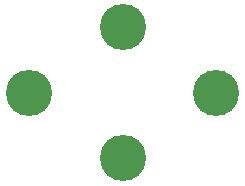
<source format=gbs>
%TF.GenerationSoftware,KiCad,Pcbnew,(5.1.6)-1*%
%TF.CreationDate,2020-09-30T11:01:53+04:00*%
%TF.ProjectId,Generic_Node-BatteryHolder,47656e65-7269-4635-9f4e-6f64652d4261,1.0*%
%TF.SameCoordinates,Original*%
%TF.FileFunction,Soldermask,Bot*%
%TF.FilePolarity,Negative*%
%FSLAX46Y46*%
G04 Gerber Fmt 4.6, Leading zero omitted, Abs format (unit mm)*
G04 Created by KiCad (PCBNEW (5.1.6)-1) date 2020-09-30 11:01:53*
%MOMM*%
%LPD*%
G01*
G04 APERTURE LIST*
%ADD10C,3.910000*%
G04 APERTURE END LIST*
D10*
%TO.C,BTclip1*%
X150000000Y-92450100D03*
X150000000Y-103549900D03*
X142062500Y-98000000D03*
X157937500Y-98000000D03*
%TD*%
M02*

</source>
